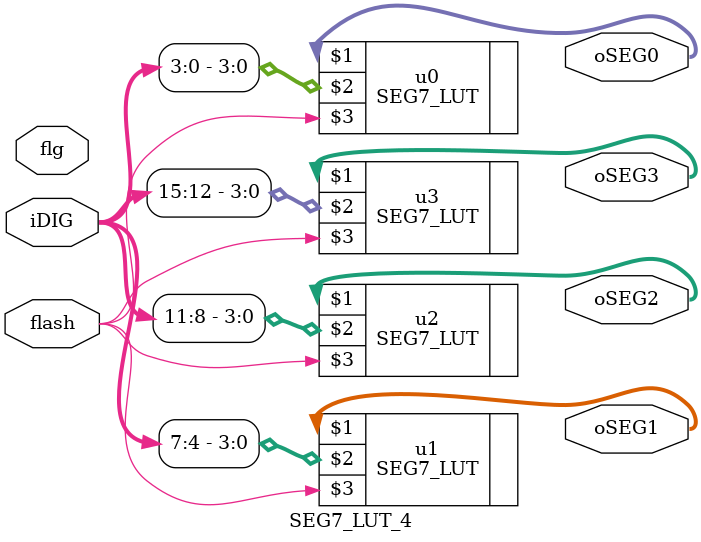
<source format=v>
module SEG7_LUT_4 (	oSEG0,oSEG1,oSEG2,oSEG3,iDIG,flash,flg );
input	[15:0]	iDIG;
input   [0:0]   flash;
input   [0:0]   flg;
output	[6:0]	oSEG0,oSEG1,oSEG2,oSEG3;

SEG7_LUT	u0	(	oSEG0,iDIG[3:0],flash		);
SEG7_LUT	u1	(	oSEG1,iDIG[7:4],flash		);
SEG7_LUT	u2	(	oSEG2,iDIG[11:8],flash	);
SEG7_LUT	u3	(	oSEG3,iDIG[15:12],flash	);

endmodule
</source>
